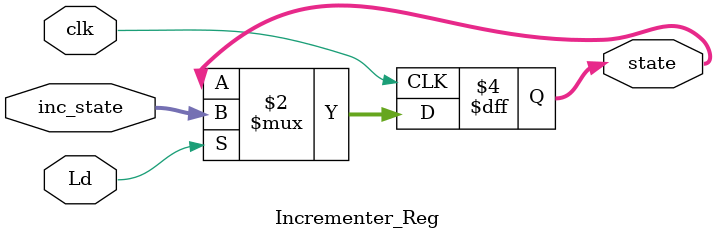
<source format=v>
module Condition_Mux(output reg out, input [1:0] S, input moc, cond, dmoc); 
    always @ (moc,cond,dmoc,S)
        case(S)
            2'b00: out <= moc;
            2'b01: out <= cond;
            2'b10: out <= dmoc;
        endcase
    endmodule

module Inverter(output reg out, input inv, in);
    always @ (inv, in)
        if(inv)
            out <= ~in; 
        else out <= in;
    endmodule

module Next_State_Address_Selector(output reg [1:0]  M,  input sts, input[2:0] N);
    always @ (N, sts)
        case(N)
            3'b000: M <= 2'b00; //Encoder
            3'b001: M <= 2'b01; //Hard coded 1
            3'b010: M <= 2'b10; //CR
            3'b011: M <= 2'b11; //Adder
            3'b100: 
                if(!sts) M <= 2'b10; //CR
                else M <= 2'b00; //Encoder
            3'b101:
                if(!sts) M <= 2'b10; //CR
                else M <= 2'b01; //Hard Coded 1
            3'b110:
                if(!sts) M <= 2'b01; //Hard Coded 1
                else M <= 2'b11; //Adder
            3'b111:
                if(!sts) M <= 2'b10; // Control Register
                else M <= 2'b11; // Adder/incrementer
        endcase
    endmodule   

module State_Selector_Mux(output reg [6:0] state, input [1:0] M, input [6:0] Encoder, HC1, CR, Incrementer); 
    always @ (M,Encoder, HC1, CR, Incrementer)
        case(M)
            2'b00: state <= Encoder;
            2'b01: state <= HC1;
            2'b10: state <= CR;
            2'b11: state <= Incrementer;
        endcase
    endmodule  

module IncReg_Adder(output reg [6:0] N_state, input[6:0] C_state);
    always @ (C_state)
        N_state <= C_state + 7'd1;
    endmodule

module Incrementer_Reg(output reg [6:0] state, input[6:0] inc_state, input Ld, clk); 
    always @ (posedge clk)
        if(Ld)
            state <= inc_state; 
    endmodule

// module test;
//     reg moc, cond, dmoc, inv, Ld, clk; // can choose on test
//     reg [2:0] N; // can choose on test
//     reg [1:0] S; // can choose on test
//     reg [6:0] Encoder, HC1, CR; // can choose on test
//     wire [6:0] out_Mux_StateSlct, Incrementer, out_adder;
//     wire in_inv, sts;
//     wire [1:0] M; 

//     Condition_Mux cond_mux(in_inv, S, moc, cond, dmoc);
//     Inverter inverter(sts, inv, in_inv);
//     Next_State_Address_Selector nsas(M, sts, N);
//     State_Selector_Mux state_select_mux(out_Mux_StateSlct, M, Encoder, HC1, CR, Incrementer);
//     IncReg_Adder adder(out_adder, out_Mux_StateSlct);
//     Incrementer_Reg incr_reg(Incrementer, out_adder, Ld, clk);

//     initial #10 $finish;
//     initial begin
//         moc = 1'b0; 
//         cond = 1'b0;
//         dmoc = 1'b0;
//         inv = 1'b0;
//         Ld =  1'b1;
//         clk = 1'b0;
//         N = 3'b000;
//         S = 2'b00; 
//         Encoder = 7'd9; 
//         HC1= 7'd1;
//         CR = 7'd8;
//         repeat (10) #1 N = N + 3'b001;
//     end
//     initial begin 
//         forever #1 clk = ~clk;
//     end
//     initial fork 
//         #4 N = 3'b011;
//         #6 N = 3'b100;
//         #7 N = 3'b100;
//         #7 inv = ~inv; 
//     join 
//     initial begin
//         $display (" N    M   inv  state");  
//         $monitor (" %b  %b   %b  %d  ", N, M, inv, out_Mux_StateSlct);      
//     end
//     endmodule
</source>
